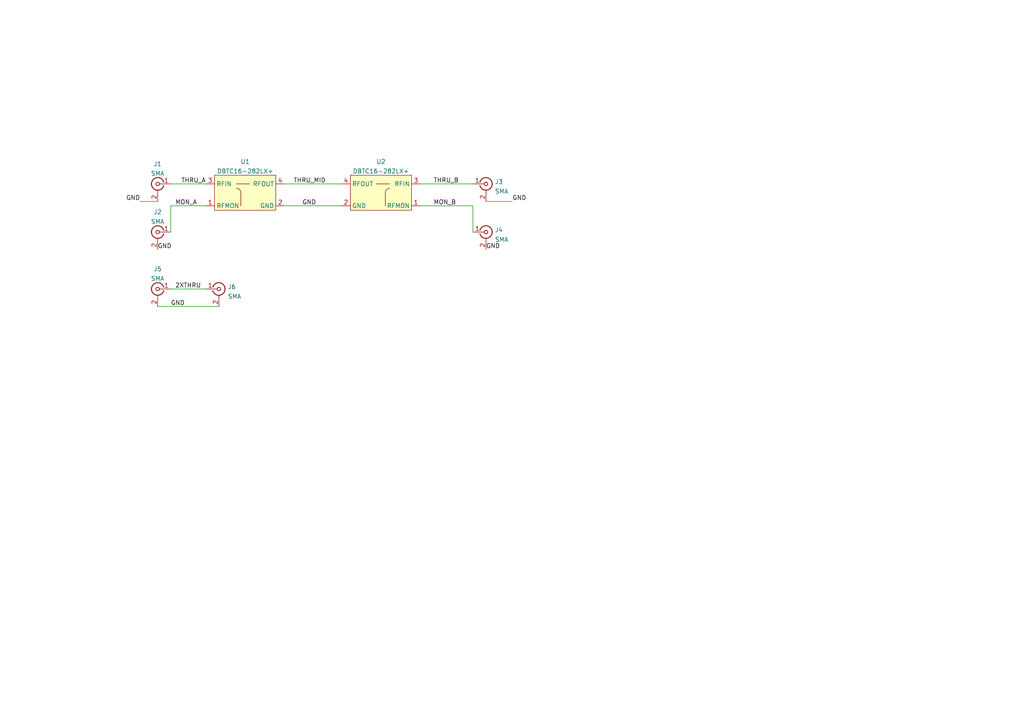
<source format=kicad_sch>
(kicad_sch (version 20211123) (generator eeschema)
  (paper "A4")
  (lib_symbols
    (symbol "analog-azonenberg:COUPLER_MINICIRCUITS_DBTC16-282LX"
      (property "Reference" "U" (at 1.27 -1.27 0))
      (property "Value" "COUPLER_MINICIRCUITS_DBTC16-282LX" (at 1.27 -3.81 0))
      (symbol "COUPLER_MINICIRCUITS_DBTC16-282LX_0_1"
        (polyline (pts (xy 6.35 7.62) (xy 10.16 7.62)) (stroke (width 0.1524)))
        (polyline (pts (xy 7.62 5.08) (xy 7.62 1.27)) (stroke (width 0.1524)))
        (rectangle (start 0 10.16) (end 17.78 0) (stroke (width 0.1524)) (fill (type background)))
        (arc (start 7.62 5.08) (mid 7.248 5.978) (end 6.35 6.35) (stroke (width 0.1524)))
      )
      (symbol "COUPLER_MINICIRCUITS_DBTC16-282LX_1_1"
        (pin output line (at -2.54 1.27 0) (length 2.54) (name "RFMON") (number "1"))
        (pin power_in line (at 20.32 1.27 180) (length 2.54) (name "GND") (number "2"))
        (pin input line (at -2.54 7.62 0) (length 2.54) (name "RFIN") (number "3"))
        (pin output line (at 20.32 7.62 180) (length 2.54) (name "RFOUT") (number "4"))
      )
    )
    (symbol "conn:CONN_COAXIAL" (pin_names (offset 1.016) hide)
      (property "Reference" "J" (at 0.254 3.048 0))
      (property "Value" "CONN_COAXIAL" (at 2.921 0 90))
      (symbol "CONN_COAXIAL_0_1"
        (arc (start -1.778 -0.508) (mid 0.222 -1.808) (end 1.778 0) (stroke (width 0.254)))
        (polyline (pts (xy -1.27 0) (xy -0.508 0)))
        (polyline (pts (xy 0 -2.54) (xy 0 -1.778)))
        (circle (center 0 0) (radius 0.508) (stroke (width 0.2032)))
        (arc (start 1.778 0) (mid 0.2221 1.8083) (end -1.778 0.508) (stroke (width 0.254)))
      )
      (symbol "CONN_COAXIAL_1_1"
        (pin passive line (at -3.81 0 0) (length 2.54) (name "In") (number "1"))
        (pin passive line (at 0 -5.08 90) (length 2.54) (name "Ext") (number "2"))
      )
    )
  )
  (wire (pts (xy 137.16 59.69) (xy 137.16 67.31)))
  (wire (pts (xy 140.97 58.42) (xy 148.59 58.42)))
  (wire (pts (xy 82.55 53.34) (xy 99.06 53.34)))
  (wire (pts (xy 121.92 59.69) (xy 137.16 59.69)))
  (wire (pts (xy 82.55 59.69) (xy 99.06 59.69)))
  (wire (pts (xy 49.53 53.34) (xy 59.69 53.34)))
  (wire (pts (xy 45.72 88.9) (xy 63.5 88.9)))
  (wire (pts (xy 49.53 59.69) (xy 59.69 59.69)))
  (wire (pts (xy 121.92 53.34) (xy 137.16 53.34)))
  (wire (pts (xy 49.53 67.31) (xy 49.53 59.69)))
  (wire (pts (xy 40.64 58.42) (xy 45.72 58.42)))
  (wire (pts (xy 49.53 83.82) (xy 59.69 83.82)))
  (label "THRU_MID" (at 85.09 53.34 0))
  (label "GND" (at 40.64 58.42 180))
  (label "GND" (at 45.72 72.39 0))
  (label "GND" (at 140.97 72.39 0))
  (label "MON_A" (at 50.8 59.69 0))
  (label "MON_B" (at 125.73 59.69 0))
  (label "GND" (at 87.63 59.69 0))
  (label "THRU_A" (at 59.69 53.34 180))
  (label "GND" (at 49.53 88.9 0))
  (label "GND" (at 148.59 58.42 0))
  (label "2XTHRU" (at 50.8 83.82 0))
  (label "THRU_B" (at 125.73 53.34 0))
  (symbol (lib_id "conn:CONN_COAXIAL") (at 45.72 53.34 0) (mirror y) (unit 1)
    (property "Reference" "J1" (at 45.7199 47.5469 0))
    (property "Value" "SMA" (at 45.7199 50.322 0))
    (property "Footprint" "azonenberg_pcb:CONN_SMA_EDGE_SAMTEC_SMA_J_P_H_ST_EM1" (effects hide))
  )
  (symbol (lib_id "conn:CONN_COAXIAL") (at 45.72 67.31 0) (mirror y) (unit 1)
    (property "Reference" "J2" (at 45.7199 61.5169 0))
    (property "Value" "SMA" (at 45.7199 64.292 0))
    (property "Footprint" "azonenberg_pcb:CONN_SMA_EDGE_SAMTEC_SMA_J_P_H_ST_EM1" (effects hide))
  )
  (symbol (lib_id "conn:CONN_COAXIAL") (at 45.72 83.82 0) (mirror y) (unit 1)
    (property "Reference" "J5" (at 45.7199 78.0269 0))
    (property "Value" "SMA" (at 45.7199 80.802 0))
    (property "Footprint" "azonenberg_pcb:CONN_SMA_EDGE_SAMTEC_SMA_J_P_H_ST_EM1" (effects hide))
  )
  (symbol (lib_id "analog-azonenberg:COUPLER_MINICIRCUITS_DBTC16-282LX") (at 62.23 60.96 0) (unit 1)
    (property "Reference" "U1" (at 71.12 46.8843 0))
    (property "Value" "DBTC16-282LX+" (at 71.12 49.6594 0))
    (property "Footprint" "azonenberg_pcb:COUPLER_MINICIRCUITS_DBTC16-282LX" (effects hide))
  )
  (symbol (lib_id "conn:CONN_COAXIAL") (at 140.97 67.31 0) (unit 1)
    (property "Reference" "J4" (at 143.5101 66.6947 0) (effects (justify left)))
    (property "Value" "SMA" (at 143.5101 69.4698 0) (effects (justify left)))
    (property "Footprint" "azonenberg_pcb:CONN_SMA_EDGE_SAMTEC_SMA_J_P_H_ST_EM1" (effects hide))
  )
  (symbol (lib_id "conn:CONN_COAXIAL") (at 140.97 53.34 0) (unit 1)
    (property "Reference" "J3" (at 143.5101 52.7247 0) (effects (justify left)))
    (property "Value" "SMA" (at 143.5101 55.4998 0) (effects (justify left)))
    (property "Footprint" "azonenberg_pcb:CONN_SMA_EDGE_SAMTEC_SMA_J_P_H_ST_EM1" (effects hide))
  )
  (symbol (lib_id "analog-azonenberg:COUPLER_MINICIRCUITS_DBTC16-282LX") (at 119.38 60.96 0) (mirror y) (unit 1)
    (property "Reference" "U2" (at 110.49 46.8843 0))
    (property "Value" "DBTC16-282LX+" (at 110.49 49.6594 0))
    (property "Footprint" "azonenberg_pcb:COUPLER_MINICIRCUITS_DBTC16-282LX" (effects hide))
  )
  (symbol (lib_id "conn:CONN_COAXIAL") (at 63.5 83.82 0) (unit 1)
    (property "Reference" "J6" (at 66.0401 83.2047 0) (effects (justify left)))
    (property "Value" "SMA" (at 66.0401 85.9798 0) (effects (justify left)))
    (property "Footprint" "azonenberg_pcb:CONN_SMA_EDGE_SAMTEC_SMA_J_P_H_ST_EM1" (effects hide))
  )
)
</source>
